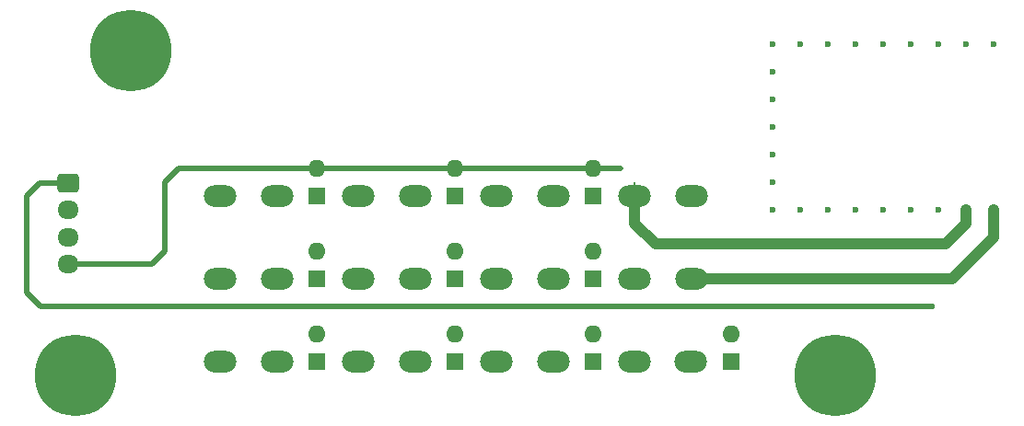
<source format=gtl>
G04 #@! TF.GenerationSoftware,KiCad,Pcbnew,8.0.2*
G04 #@! TF.CreationDate,2024-06-05T08:55:07+09:00*
G04 #@! TF.ProjectId,rainbow2v5-rp2040,7261696e-626f-4773-9276-352d72703230,rev?*
G04 #@! TF.SameCoordinates,Original*
G04 #@! TF.FileFunction,Copper,L1,Top*
G04 #@! TF.FilePolarity,Positive*
%FSLAX46Y46*%
G04 Gerber Fmt 4.6, Leading zero omitted, Abs format (unit mm)*
G04 Created by KiCad (PCBNEW 8.0.2) date 2024-06-05 08:55:07*
%MOMM*%
%LPD*%
G01*
G04 APERTURE LIST*
G04 Aperture macros list*
%AMRoundRect*
0 Rectangle with rounded corners*
0 $1 Rounding radius*
0 $2 $3 $4 $5 $6 $7 $8 $9 X,Y pos of 4 corners*
0 Add a 4 corners polygon primitive as box body*
4,1,4,$2,$3,$4,$5,$6,$7,$8,$9,$2,$3,0*
0 Add four circle primitives for the rounded corners*
1,1,$1+$1,$2,$3*
1,1,$1+$1,$4,$5*
1,1,$1+$1,$6,$7*
1,1,$1+$1,$8,$9*
0 Add four rect primitives between the rounded corners*
20,1,$1+$1,$2,$3,$4,$5,0*
20,1,$1+$1,$4,$5,$6,$7,0*
20,1,$1+$1,$6,$7,$8,$9,0*
20,1,$1+$1,$8,$9,$2,$3,0*%
G04 Aperture macros list end*
G04 #@! TA.AperFunction,ComponentPad*
%ADD10C,4.700000*%
G04 #@! TD*
G04 #@! TA.AperFunction,ConnectorPad*
%ADD11C,7.500000*%
G04 #@! TD*
G04 #@! TA.AperFunction,ComponentPad*
%ADD12O,3.000000X2.000000*%
G04 #@! TD*
G04 #@! TA.AperFunction,ComponentPad*
%ADD13RoundRect,0.250000X-0.725000X0.600000X-0.725000X-0.600000X0.725000X-0.600000X0.725000X0.600000X0*%
G04 #@! TD*
G04 #@! TA.AperFunction,ComponentPad*
%ADD14O,1.950000X1.700000*%
G04 #@! TD*
G04 #@! TA.AperFunction,ComponentPad*
%ADD15R,1.600000X1.600000*%
G04 #@! TD*
G04 #@! TA.AperFunction,ComponentPad*
%ADD16O,1.600000X1.600000*%
G04 #@! TD*
G04 #@! TA.AperFunction,ViaPad*
%ADD17C,0.600000*%
G04 #@! TD*
G04 #@! TA.AperFunction,Conductor*
%ADD18C,1.000000*%
G04 #@! TD*
G04 #@! TA.AperFunction,Conductor*
%ADD19C,0.500000*%
G04 #@! TD*
G04 #@! TA.AperFunction,Conductor*
%ADD20C,0.200000*%
G04 #@! TD*
G04 APERTURE END LIST*
D10*
X71755000Y-34925000D03*
D11*
X71755000Y-34925000D03*
D12*
X92710000Y-63500000D03*
X97910000Y-63500000D03*
X92710000Y-55880000D03*
X97910000Y-55880000D03*
X92710000Y-48260000D03*
X97910000Y-48260000D03*
X80010000Y-55880000D03*
X85210000Y-55880000D03*
X118110000Y-48260000D03*
X123310000Y-48260000D03*
X80010000Y-63500000D03*
X85210000Y-63500000D03*
X105410000Y-48260000D03*
X110610000Y-48260000D03*
D10*
X66675000Y-64770000D03*
D11*
X66675000Y-64770000D03*
D12*
X105410000Y-55880000D03*
X110610000Y-55880000D03*
X80010000Y-48260000D03*
X85210000Y-48260000D03*
X118110000Y-55880000D03*
X123310000Y-55880000D03*
D10*
X136525000Y-64770000D03*
D11*
X136525000Y-64770000D03*
D12*
X118050000Y-63500000D03*
X123250000Y-63500000D03*
X105410000Y-63500000D03*
X110610000Y-63500000D03*
D13*
X66040000Y-47070000D03*
D14*
X66040000Y-49570000D03*
X66040000Y-52070000D03*
X66040000Y-54570000D03*
D15*
X114300000Y-63500000D03*
D16*
X114300000Y-60960000D03*
D15*
X88900000Y-55880000D03*
D16*
X88900000Y-53340000D03*
D15*
X88900000Y-48260000D03*
D16*
X88900000Y-45720000D03*
D15*
X101600000Y-48260000D03*
D16*
X101600000Y-45720000D03*
D15*
X114300000Y-55880000D03*
D16*
X114300000Y-53340000D03*
D15*
X114300000Y-48260000D03*
D16*
X114300000Y-45720000D03*
D15*
X101600000Y-63500000D03*
D16*
X101600000Y-60960000D03*
D15*
X127000000Y-63500000D03*
D16*
X127000000Y-60960000D03*
D15*
X88900000Y-63500000D03*
D16*
X88900000Y-60960000D03*
D15*
X101600000Y-55880000D03*
D16*
X101600000Y-53340000D03*
D17*
X151130000Y-50800000D03*
X151130000Y-49530000D03*
X148590000Y-50800000D03*
X148590000Y-49530000D03*
X148590000Y-34290000D03*
X151130000Y-34290000D03*
X135890000Y-49530000D03*
X130810000Y-46990000D03*
X138430000Y-49530000D03*
X130810000Y-49530000D03*
X140970000Y-49530000D03*
X133350000Y-49530000D03*
X143510000Y-49530000D03*
X130810000Y-39370000D03*
X130810000Y-41910000D03*
X130810000Y-44450000D03*
X130810000Y-34290000D03*
X130810000Y-36830000D03*
X145415000Y-58420000D03*
X146050000Y-49530000D03*
X146050000Y-34290000D03*
X138430000Y-34290000D03*
X143510000Y-34290000D03*
X133350000Y-34290000D03*
X140970000Y-34290000D03*
X135890000Y-34290000D03*
D18*
X151130000Y-52070000D02*
X151130000Y-50800000D01*
X123310000Y-55880000D02*
X147320000Y-55880000D01*
X147320000Y-55880000D02*
X151130000Y-52070000D01*
X151130000Y-50800000D02*
X151130000Y-49530000D01*
D19*
X74930000Y-46990000D02*
X74930000Y-53340000D01*
X73700000Y-54570000D02*
X66040000Y-54570000D01*
D18*
X118110000Y-50800000D02*
X118110000Y-48260000D01*
X148590000Y-49530000D02*
X148590000Y-50800000D01*
X146685000Y-52705000D02*
X120015000Y-52705000D01*
D20*
X118110000Y-48260000D02*
X118110000Y-46990000D01*
D19*
X74930000Y-53340000D02*
X73700000Y-54570000D01*
X116840000Y-45720000D02*
X76200000Y-45720000D01*
X76200000Y-45720000D02*
X74930000Y-46990000D01*
D18*
X120015000Y-52705000D02*
X118110000Y-50800000D01*
X148590000Y-50800000D02*
X146685000Y-52705000D01*
D19*
X63420000Y-47070000D02*
X66040000Y-47070000D01*
X62230000Y-57150000D02*
X62230000Y-48260000D01*
X116840000Y-58420000D02*
X145415000Y-58420000D01*
X62230000Y-48260000D02*
X63420000Y-47070000D01*
X116840000Y-58420000D02*
X63500000Y-58420000D01*
X63500000Y-58420000D02*
X62230000Y-57150000D01*
M02*

</source>
